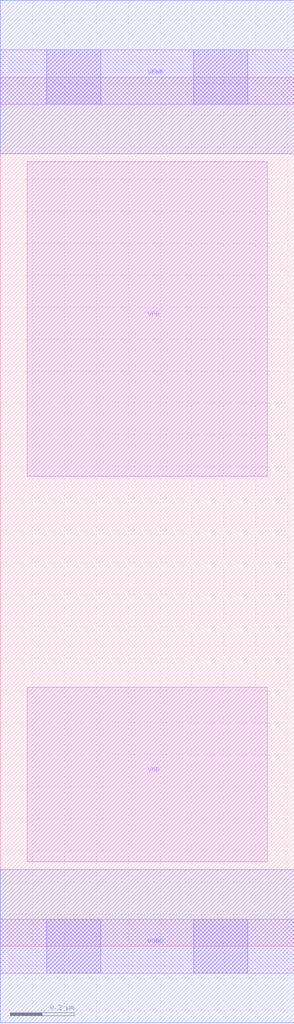
<source format=lef>
# Copyright 2020 The SkyWater PDK Authors
#
# Licensed under the Apache License, Version 2.0 (the "License");
# you may not use this file except in compliance with the License.
# You may obtain a copy of the License at
#
#     https://www.apache.org/licenses/LICENSE-2.0
#
# Unless required by applicable law or agreed to in writing, software
# distributed under the License is distributed on an "AS IS" BASIS,
# WITHOUT WARRANTIES OR CONDITIONS OF ANY KIND, either express or implied.
# See the License for the specific language governing permissions and
# limitations under the License.
#
# SPDX-License-Identifier: Apache-2.0

VERSION 5.7 ;
  NAMESCASESENSITIVE ON ;
  NOWIREEXTENSIONATPIN ON ;
  DIVIDERCHAR "/" ;
  BUSBITCHARS "[]" ;
UNITS
  DATABASE MICRONS 200 ;
END UNITS
MACRO sky130_fd_sc_hd__tap_2
  CLASS CORE WELLTAP ;
  FOREIGN sky130_fd_sc_hd__tap_2 ;
  ORIGIN  0.000000  0.000000 ;
  SIZE  0.920000 BY  2.720000 ;
  SYMMETRY X Y R90 ;
  SITE unithd ;
  PIN VNB
    ANTENNADIFFAREA  0.330750 ;
    PORT
      LAYER li1 ;
        RECT 0.085000 0.265000 0.835000 0.810000 ;
    END
  END VNB
  PIN VPB
    ANTENNADIFFAREA  0.551250 ;
    PORT
      LAYER li1 ;
        RECT 0.085000 1.470000 0.835000 2.455000 ;
    END
  END VPB
  PIN VGND
    DIRECTION INOUT ;
    SHAPE ABUTMENT ;
    USE GROUND ;
    PORT
      LAYER met1 ;
        RECT 0.000000 -0.240000 0.920000 0.240000 ;
    END
  END VGND
  PIN VPWR
    DIRECTION INOUT ;
    SHAPE ABUTMENT ;
    USE POWER ;
    PORT
      LAYER met1 ;
        RECT 0.000000 2.480000 0.920000 2.960000 ;
    END
  END VPWR
  OBS
    LAYER li1 ;
      RECT 0.000000 -0.085000 0.920000 0.085000 ;
      RECT 0.000000  2.635000 0.920000 2.805000 ;
    LAYER mcon ;
      RECT 0.145000 -0.085000 0.315000 0.085000 ;
      RECT 0.145000  2.635000 0.315000 2.805000 ;
      RECT 0.605000 -0.085000 0.775000 0.085000 ;
      RECT 0.605000  2.635000 0.775000 2.805000 ;
  END
END sky130_fd_sc_hd__tap_2
END LIBRARY

</source>
